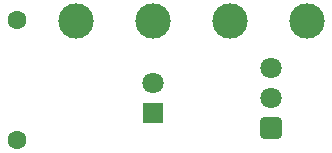
<source format=gts>
G04 #@! TF.GenerationSoftware,KiCad,Pcbnew,9.0.2*
G04 #@! TF.CreationDate,2025-06-20T02:48:36-04:00*
G04 #@! TF.ProjectId,IR_Prototype,49525f50-726f-4746-9f74-7970652e6b69,rev?*
G04 #@! TF.SameCoordinates,Original*
G04 #@! TF.FileFunction,Soldermask,Top*
G04 #@! TF.FilePolarity,Negative*
%FSLAX46Y46*%
G04 Gerber Fmt 4.6, Leading zero omitted, Abs format (unit mm)*
G04 Created by KiCad (PCBNEW 9.0.2) date 2025-06-20 02:48:36*
%MOMM*%
%LPD*%
G01*
G04 APERTURE LIST*
G04 Aperture macros list*
%AMRoundRect*
0 Rectangle with rounded corners*
0 $1 Rounding radius*
0 $2 $3 $4 $5 $6 $7 $8 $9 X,Y pos of 4 corners*
0 Add a 4 corners polygon primitive as box body*
4,1,4,$2,$3,$4,$5,$6,$7,$8,$9,$2,$3,0*
0 Add four circle primitives for the rounded corners*
1,1,$1+$1,$2,$3*
1,1,$1+$1,$4,$5*
1,1,$1+$1,$6,$7*
1,1,$1+$1,$8,$9*
0 Add four rect primitives between the rounded corners*
20,1,$1+$1,$2,$3,$4,$5,0*
20,1,$1+$1,$4,$5,$6,$7,0*
20,1,$1+$1,$6,$7,$8,$9,0*
20,1,$1+$1,$8,$9,$2,$3,0*%
G04 Aperture macros list end*
%ADD10C,3.000000*%
%ADD11C,1.600000*%
%ADD12R,1.800000X1.800000*%
%ADD13C,1.800000*%
%ADD14RoundRect,0.250200X0.649800X-0.649800X0.649800X0.649800X-0.649800X0.649800X-0.649800X-0.649800X0*%
G04 APERTURE END LIST*
D10*
X41000000Y-38960000D03*
X60500000Y-39000000D03*
X47500000Y-39000000D03*
X54000000Y-39000000D03*
D11*
X36000000Y-49040000D03*
X36000000Y-38880000D03*
D12*
X47500000Y-46730000D03*
D13*
X47500000Y-44190000D03*
D14*
X57475000Y-48000000D03*
D13*
X57475000Y-45460000D03*
X57475000Y-42920000D03*
M02*

</source>
